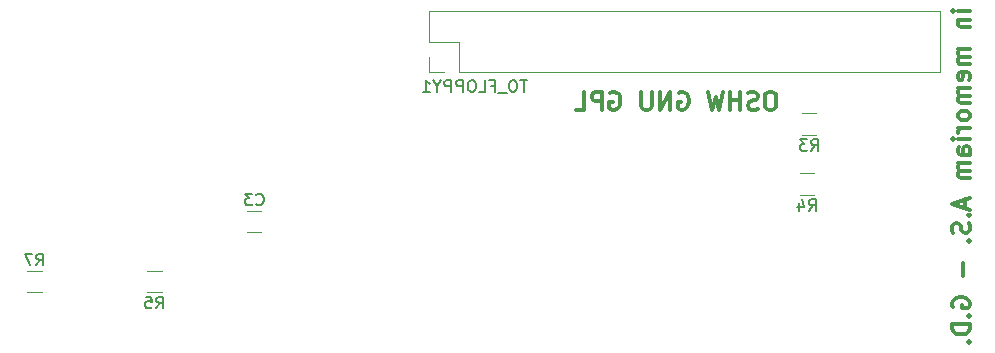
<source format=gbo>
%TF.GenerationSoftware,KiCad,Pcbnew,5.0.2+dfsg1-1*%
%TF.CreationDate,2021-01-23T14:19:40+01:00*%
%TF.ProjectId,AmigaPCDriveAdapter,416d6967-6150-4434-9472-697665416461,2.0*%
%TF.SameCoordinates,Original*%
%TF.FileFunction,Legend,Bot*%
%TF.FilePolarity,Positive*%
%FSLAX46Y46*%
G04 Gerber Fmt 4.6, Leading zero omitted, Abs format (unit mm)*
G04 Created by KiCad (PCBNEW 5.0.2+dfsg1-1) date Sat 23 Jan 2021 02:19:40 PM CET*
%MOMM*%
%LPD*%
G01*
G04 APERTURE LIST*
%ADD10C,0.300000*%
%ADD11C,0.120000*%
%ADD12C,0.150000*%
G04 APERTURE END LIST*
D10*
X224833571Y-95220000D02*
X223833571Y-95220000D01*
X223333571Y-95220000D02*
X223405000Y-95148571D01*
X223476428Y-95220000D01*
X223405000Y-95291428D01*
X223333571Y-95220000D01*
X223476428Y-95220000D01*
X223833571Y-95934285D02*
X224833571Y-95934285D01*
X223976428Y-95934285D02*
X223905000Y-96005714D01*
X223833571Y-96148571D01*
X223833571Y-96362857D01*
X223905000Y-96505714D01*
X224047857Y-96577142D01*
X224833571Y-96577142D01*
X224833571Y-98434285D02*
X223833571Y-98434285D01*
X223976428Y-98434285D02*
X223905000Y-98505714D01*
X223833571Y-98648571D01*
X223833571Y-98862857D01*
X223905000Y-99005714D01*
X224047857Y-99077142D01*
X224833571Y-99077142D01*
X224047857Y-99077142D02*
X223905000Y-99148571D01*
X223833571Y-99291428D01*
X223833571Y-99505714D01*
X223905000Y-99648571D01*
X224047857Y-99720000D01*
X224833571Y-99720000D01*
X224762142Y-101005714D02*
X224833571Y-100862857D01*
X224833571Y-100577142D01*
X224762142Y-100434285D01*
X224619285Y-100362857D01*
X224047857Y-100362857D01*
X223905000Y-100434285D01*
X223833571Y-100577142D01*
X223833571Y-100862857D01*
X223905000Y-101005714D01*
X224047857Y-101077142D01*
X224190714Y-101077142D01*
X224333571Y-100362857D01*
X224833571Y-101720000D02*
X223833571Y-101720000D01*
X223976428Y-101720000D02*
X223905000Y-101791428D01*
X223833571Y-101934285D01*
X223833571Y-102148571D01*
X223905000Y-102291428D01*
X224047857Y-102362857D01*
X224833571Y-102362857D01*
X224047857Y-102362857D02*
X223905000Y-102434285D01*
X223833571Y-102577142D01*
X223833571Y-102791428D01*
X223905000Y-102934285D01*
X224047857Y-103005714D01*
X224833571Y-103005714D01*
X224833571Y-103934285D02*
X224762142Y-103791428D01*
X224690714Y-103720000D01*
X224547857Y-103648571D01*
X224119285Y-103648571D01*
X223976428Y-103720000D01*
X223905000Y-103791428D01*
X223833571Y-103934285D01*
X223833571Y-104148571D01*
X223905000Y-104291428D01*
X223976428Y-104362857D01*
X224119285Y-104434285D01*
X224547857Y-104434285D01*
X224690714Y-104362857D01*
X224762142Y-104291428D01*
X224833571Y-104148571D01*
X224833571Y-103934285D01*
X224833571Y-105077142D02*
X223833571Y-105077142D01*
X224119285Y-105077142D02*
X223976428Y-105148571D01*
X223905000Y-105220000D01*
X223833571Y-105362857D01*
X223833571Y-105505714D01*
X224833571Y-106005714D02*
X223833571Y-106005714D01*
X223333571Y-106005714D02*
X223405000Y-105934285D01*
X223476428Y-106005714D01*
X223405000Y-106077142D01*
X223333571Y-106005714D01*
X223476428Y-106005714D01*
X224833571Y-107362857D02*
X224047857Y-107362857D01*
X223905000Y-107291428D01*
X223833571Y-107148571D01*
X223833571Y-106862857D01*
X223905000Y-106720000D01*
X224762142Y-107362857D02*
X224833571Y-107220000D01*
X224833571Y-106862857D01*
X224762142Y-106720000D01*
X224619285Y-106648571D01*
X224476428Y-106648571D01*
X224333571Y-106720000D01*
X224262142Y-106862857D01*
X224262142Y-107220000D01*
X224190714Y-107362857D01*
X224833571Y-108077142D02*
X223833571Y-108077142D01*
X223976428Y-108077142D02*
X223905000Y-108148571D01*
X223833571Y-108291428D01*
X223833571Y-108505714D01*
X223905000Y-108648571D01*
X224047857Y-108720000D01*
X224833571Y-108720000D01*
X224047857Y-108720000D02*
X223905000Y-108791428D01*
X223833571Y-108934285D01*
X223833571Y-109148571D01*
X223905000Y-109291428D01*
X224047857Y-109362857D01*
X224833571Y-109362857D01*
X224405000Y-111148571D02*
X224405000Y-111862857D01*
X224833571Y-111005714D02*
X223333571Y-111505714D01*
X224833571Y-112005714D01*
X224690714Y-112505714D02*
X224762142Y-112577142D01*
X224833571Y-112505714D01*
X224762142Y-112434285D01*
X224690714Y-112505714D01*
X224833571Y-112505714D01*
X224762142Y-113148571D02*
X224833571Y-113362857D01*
X224833571Y-113720000D01*
X224762142Y-113862857D01*
X224690714Y-113934285D01*
X224547857Y-114005714D01*
X224405000Y-114005714D01*
X224262142Y-113934285D01*
X224190714Y-113862857D01*
X224119285Y-113720000D01*
X224047857Y-113434285D01*
X223976428Y-113291428D01*
X223905000Y-113220000D01*
X223762142Y-113148571D01*
X223619285Y-113148571D01*
X223476428Y-113220000D01*
X223405000Y-113291428D01*
X223333571Y-113434285D01*
X223333571Y-113791428D01*
X223405000Y-114005714D01*
X224690714Y-114648571D02*
X224762142Y-114720000D01*
X224833571Y-114648571D01*
X224762142Y-114577142D01*
X224690714Y-114648571D01*
X224833571Y-114648571D01*
X224262142Y-116505714D02*
X224262142Y-117648571D01*
X223405000Y-120291428D02*
X223333571Y-120148571D01*
X223333571Y-119934285D01*
X223405000Y-119720000D01*
X223547857Y-119577142D01*
X223690714Y-119505714D01*
X223976428Y-119434285D01*
X224190714Y-119434285D01*
X224476428Y-119505714D01*
X224619285Y-119577142D01*
X224762142Y-119720000D01*
X224833571Y-119934285D01*
X224833571Y-120077142D01*
X224762142Y-120291428D01*
X224690714Y-120362857D01*
X224190714Y-120362857D01*
X224190714Y-120077142D01*
X224690714Y-121005714D02*
X224762142Y-121077142D01*
X224833571Y-121005714D01*
X224762142Y-120934285D01*
X224690714Y-121005714D01*
X224833571Y-121005714D01*
X224833571Y-121720000D02*
X223333571Y-121720000D01*
X223333571Y-122077142D01*
X223405000Y-122291428D01*
X223547857Y-122434285D01*
X223690714Y-122505714D01*
X223976428Y-122577142D01*
X224190714Y-122577142D01*
X224476428Y-122505714D01*
X224619285Y-122434285D01*
X224762142Y-122291428D01*
X224833571Y-122077142D01*
X224833571Y-121720000D01*
X224690714Y-123220000D02*
X224762142Y-123291428D01*
X224833571Y-123220000D01*
X224762142Y-123148571D01*
X224690714Y-123220000D01*
X224833571Y-123220000D01*
X208096428Y-102048571D02*
X207810714Y-102048571D01*
X207667857Y-102120000D01*
X207525000Y-102262857D01*
X207453571Y-102548571D01*
X207453571Y-103048571D01*
X207525000Y-103334285D01*
X207667857Y-103477142D01*
X207810714Y-103548571D01*
X208096428Y-103548571D01*
X208239285Y-103477142D01*
X208382142Y-103334285D01*
X208453571Y-103048571D01*
X208453571Y-102548571D01*
X208382142Y-102262857D01*
X208239285Y-102120000D01*
X208096428Y-102048571D01*
X206882142Y-103477142D02*
X206667857Y-103548571D01*
X206310714Y-103548571D01*
X206167857Y-103477142D01*
X206096428Y-103405714D01*
X206025000Y-103262857D01*
X206025000Y-103120000D01*
X206096428Y-102977142D01*
X206167857Y-102905714D01*
X206310714Y-102834285D01*
X206596428Y-102762857D01*
X206739285Y-102691428D01*
X206810714Y-102620000D01*
X206882142Y-102477142D01*
X206882142Y-102334285D01*
X206810714Y-102191428D01*
X206739285Y-102120000D01*
X206596428Y-102048571D01*
X206239285Y-102048571D01*
X206025000Y-102120000D01*
X205382142Y-103548571D02*
X205382142Y-102048571D01*
X205382142Y-102762857D02*
X204525000Y-102762857D01*
X204525000Y-103548571D02*
X204525000Y-102048571D01*
X203953571Y-102048571D02*
X203596428Y-103548571D01*
X203310714Y-102477142D01*
X203025000Y-103548571D01*
X202667857Y-102048571D01*
X200167857Y-102120000D02*
X200310714Y-102048571D01*
X200525000Y-102048571D01*
X200739285Y-102120000D01*
X200882142Y-102262857D01*
X200953571Y-102405714D01*
X201025000Y-102691428D01*
X201025000Y-102905714D01*
X200953571Y-103191428D01*
X200882142Y-103334285D01*
X200739285Y-103477142D01*
X200525000Y-103548571D01*
X200382142Y-103548571D01*
X200167857Y-103477142D01*
X200096428Y-103405714D01*
X200096428Y-102905714D01*
X200382142Y-102905714D01*
X199453571Y-103548571D02*
X199453571Y-102048571D01*
X198596428Y-103548571D01*
X198596428Y-102048571D01*
X197882142Y-102048571D02*
X197882142Y-103262857D01*
X197810714Y-103405714D01*
X197739285Y-103477142D01*
X197596428Y-103548571D01*
X197310714Y-103548571D01*
X197167857Y-103477142D01*
X197096428Y-103405714D01*
X197025000Y-103262857D01*
X197025000Y-102048571D01*
X194382142Y-102120000D02*
X194525000Y-102048571D01*
X194739285Y-102048571D01*
X194953571Y-102120000D01*
X195096428Y-102262857D01*
X195167857Y-102405714D01*
X195239285Y-102691428D01*
X195239285Y-102905714D01*
X195167857Y-103191428D01*
X195096428Y-103334285D01*
X194953571Y-103477142D01*
X194739285Y-103548571D01*
X194596428Y-103548571D01*
X194382142Y-103477142D01*
X194310714Y-103405714D01*
X194310714Y-102905714D01*
X194596428Y-102905714D01*
X193667857Y-103548571D02*
X193667857Y-102048571D01*
X193096428Y-102048571D01*
X192953571Y-102120000D01*
X192882142Y-102191428D01*
X192810714Y-102334285D01*
X192810714Y-102548571D01*
X192882142Y-102691428D01*
X192953571Y-102762857D01*
X193096428Y-102834285D01*
X193667857Y-102834285D01*
X191453571Y-103548571D02*
X192167857Y-103548571D01*
X192167857Y-102048571D01*
D11*
X164850064Y-113940000D02*
X163645936Y-113940000D01*
X164850064Y-112120000D02*
X163645936Y-112120000D01*
X210635936Y-103865000D02*
X211840064Y-103865000D01*
X210635936Y-105685000D02*
X211840064Y-105685000D01*
X210435936Y-108945000D02*
X211640064Y-108945000D01*
X210435936Y-110765000D02*
X211640064Y-110765000D01*
X155189936Y-117200000D02*
X156394064Y-117200000D01*
X155189936Y-119020000D02*
X156394064Y-119020000D01*
X146234064Y-119020000D02*
X145029936Y-119020000D01*
X146234064Y-117200000D02*
X145029936Y-117200000D01*
X179010000Y-95190000D02*
X179010000Y-97790000D01*
X179010000Y-95190000D02*
X222310000Y-95190000D01*
X222310000Y-95190000D02*
X222310000Y-100390000D01*
X181610000Y-100390000D02*
X222310000Y-100390000D01*
X181610000Y-97790000D02*
X181610000Y-100390000D01*
X179010000Y-97790000D02*
X181610000Y-97790000D01*
X179010000Y-100390000D02*
X180340000Y-100390000D01*
X179010000Y-99060000D02*
X179010000Y-100390000D01*
D12*
X164414666Y-111567142D02*
X164462285Y-111614761D01*
X164605142Y-111662380D01*
X164700380Y-111662380D01*
X164843238Y-111614761D01*
X164938476Y-111519523D01*
X164986095Y-111424285D01*
X165033714Y-111233809D01*
X165033714Y-111090952D01*
X164986095Y-110900476D01*
X164938476Y-110805238D01*
X164843238Y-110710000D01*
X164700380Y-110662380D01*
X164605142Y-110662380D01*
X164462285Y-110710000D01*
X164414666Y-110757619D01*
X164081333Y-110662380D02*
X163462285Y-110662380D01*
X163795619Y-111043333D01*
X163652761Y-111043333D01*
X163557523Y-111090952D01*
X163509904Y-111138571D01*
X163462285Y-111233809D01*
X163462285Y-111471904D01*
X163509904Y-111567142D01*
X163557523Y-111614761D01*
X163652761Y-111662380D01*
X163938476Y-111662380D01*
X164033714Y-111614761D01*
X164081333Y-111567142D01*
X211404666Y-107047380D02*
X211738000Y-106571190D01*
X211976095Y-107047380D02*
X211976095Y-106047380D01*
X211595142Y-106047380D01*
X211499904Y-106095000D01*
X211452285Y-106142619D01*
X211404666Y-106237857D01*
X211404666Y-106380714D01*
X211452285Y-106475952D01*
X211499904Y-106523571D01*
X211595142Y-106571190D01*
X211976095Y-106571190D01*
X211071333Y-106047380D02*
X210452285Y-106047380D01*
X210785619Y-106428333D01*
X210642761Y-106428333D01*
X210547523Y-106475952D01*
X210499904Y-106523571D01*
X210452285Y-106618809D01*
X210452285Y-106856904D01*
X210499904Y-106952142D01*
X210547523Y-106999761D01*
X210642761Y-107047380D01*
X210928476Y-107047380D01*
X211023714Y-106999761D01*
X211071333Y-106952142D01*
X211204666Y-112127380D02*
X211538000Y-111651190D01*
X211776095Y-112127380D02*
X211776095Y-111127380D01*
X211395142Y-111127380D01*
X211299904Y-111175000D01*
X211252285Y-111222619D01*
X211204666Y-111317857D01*
X211204666Y-111460714D01*
X211252285Y-111555952D01*
X211299904Y-111603571D01*
X211395142Y-111651190D01*
X211776095Y-111651190D01*
X210347523Y-111460714D02*
X210347523Y-112127380D01*
X210585619Y-111079761D02*
X210823714Y-111794047D01*
X210204666Y-111794047D01*
X155958666Y-120382380D02*
X156292000Y-119906190D01*
X156530095Y-120382380D02*
X156530095Y-119382380D01*
X156149142Y-119382380D01*
X156053904Y-119430000D01*
X156006285Y-119477619D01*
X155958666Y-119572857D01*
X155958666Y-119715714D01*
X156006285Y-119810952D01*
X156053904Y-119858571D01*
X156149142Y-119906190D01*
X156530095Y-119906190D01*
X155053904Y-119382380D02*
X155530095Y-119382380D01*
X155577714Y-119858571D01*
X155530095Y-119810952D01*
X155434857Y-119763333D01*
X155196761Y-119763333D01*
X155101523Y-119810952D01*
X155053904Y-119858571D01*
X155006285Y-119953809D01*
X155006285Y-120191904D01*
X155053904Y-120287142D01*
X155101523Y-120334761D01*
X155196761Y-120382380D01*
X155434857Y-120382380D01*
X155530095Y-120334761D01*
X155577714Y-120287142D01*
X145798666Y-116742380D02*
X146132000Y-116266190D01*
X146370095Y-116742380D02*
X146370095Y-115742380D01*
X145989142Y-115742380D01*
X145893904Y-115790000D01*
X145846285Y-115837619D01*
X145798666Y-115932857D01*
X145798666Y-116075714D01*
X145846285Y-116170952D01*
X145893904Y-116218571D01*
X145989142Y-116266190D01*
X146370095Y-116266190D01*
X145465333Y-115742380D02*
X144798666Y-115742380D01*
X145227238Y-116742380D01*
X187332380Y-101052380D02*
X186760952Y-101052380D01*
X187046666Y-102052380D02*
X187046666Y-101052380D01*
X186237142Y-101052380D02*
X186046666Y-101052380D01*
X185951428Y-101100000D01*
X185856190Y-101195238D01*
X185808571Y-101385714D01*
X185808571Y-101719047D01*
X185856190Y-101909523D01*
X185951428Y-102004761D01*
X186046666Y-102052380D01*
X186237142Y-102052380D01*
X186332380Y-102004761D01*
X186427619Y-101909523D01*
X186475238Y-101719047D01*
X186475238Y-101385714D01*
X186427619Y-101195238D01*
X186332380Y-101100000D01*
X186237142Y-101052380D01*
X185618095Y-102147619D02*
X184856190Y-102147619D01*
X184284761Y-101528571D02*
X184618095Y-101528571D01*
X184618095Y-102052380D02*
X184618095Y-101052380D01*
X184141904Y-101052380D01*
X183284761Y-102052380D02*
X183760952Y-102052380D01*
X183760952Y-101052380D01*
X182760952Y-101052380D02*
X182570476Y-101052380D01*
X182475238Y-101100000D01*
X182380000Y-101195238D01*
X182332380Y-101385714D01*
X182332380Y-101719047D01*
X182380000Y-101909523D01*
X182475238Y-102004761D01*
X182570476Y-102052380D01*
X182760952Y-102052380D01*
X182856190Y-102004761D01*
X182951428Y-101909523D01*
X182999047Y-101719047D01*
X182999047Y-101385714D01*
X182951428Y-101195238D01*
X182856190Y-101100000D01*
X182760952Y-101052380D01*
X181903809Y-102052380D02*
X181903809Y-101052380D01*
X181522857Y-101052380D01*
X181427619Y-101100000D01*
X181380000Y-101147619D01*
X181332380Y-101242857D01*
X181332380Y-101385714D01*
X181380000Y-101480952D01*
X181427619Y-101528571D01*
X181522857Y-101576190D01*
X181903809Y-101576190D01*
X180903809Y-102052380D02*
X180903809Y-101052380D01*
X180522857Y-101052380D01*
X180427619Y-101100000D01*
X180380000Y-101147619D01*
X180332380Y-101242857D01*
X180332380Y-101385714D01*
X180380000Y-101480952D01*
X180427619Y-101528571D01*
X180522857Y-101576190D01*
X180903809Y-101576190D01*
X179713333Y-101576190D02*
X179713333Y-102052380D01*
X180046666Y-101052380D02*
X179713333Y-101576190D01*
X179380000Y-101052380D01*
X178522857Y-102052380D02*
X179094285Y-102052380D01*
X178808571Y-102052380D02*
X178808571Y-101052380D01*
X178903809Y-101195238D01*
X178999047Y-101290476D01*
X179094285Y-101338095D01*
M02*

</source>
